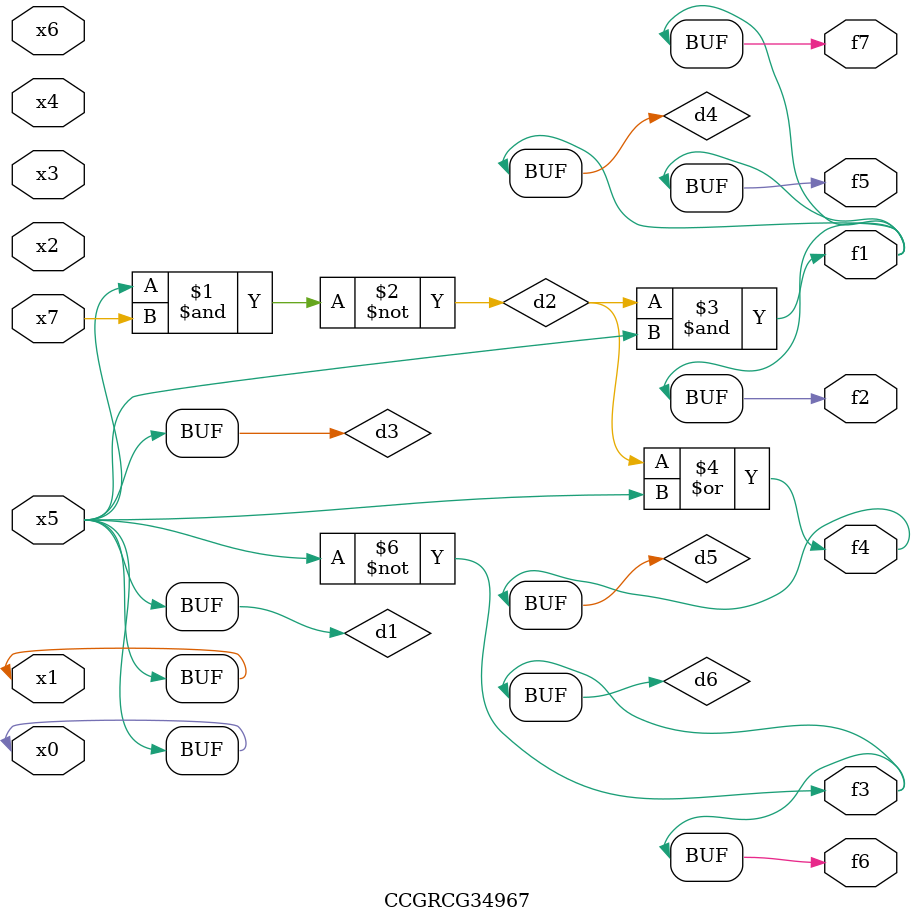
<source format=v>
module CCGRCG34967(
	input x0, x1, x2, x3, x4, x5, x6, x7,
	output f1, f2, f3, f4, f5, f6, f7
);

	wire d1, d2, d3, d4, d5, d6;

	buf (d1, x0, x5);
	nand (d2, x5, x7);
	buf (d3, x0, x1);
	and (d4, d2, d3);
	or (d5, d2, d3);
	nor (d6, d1, d3);
	assign f1 = d4;
	assign f2 = d4;
	assign f3 = d6;
	assign f4 = d5;
	assign f5 = d4;
	assign f6 = d6;
	assign f7 = d4;
endmodule

</source>
